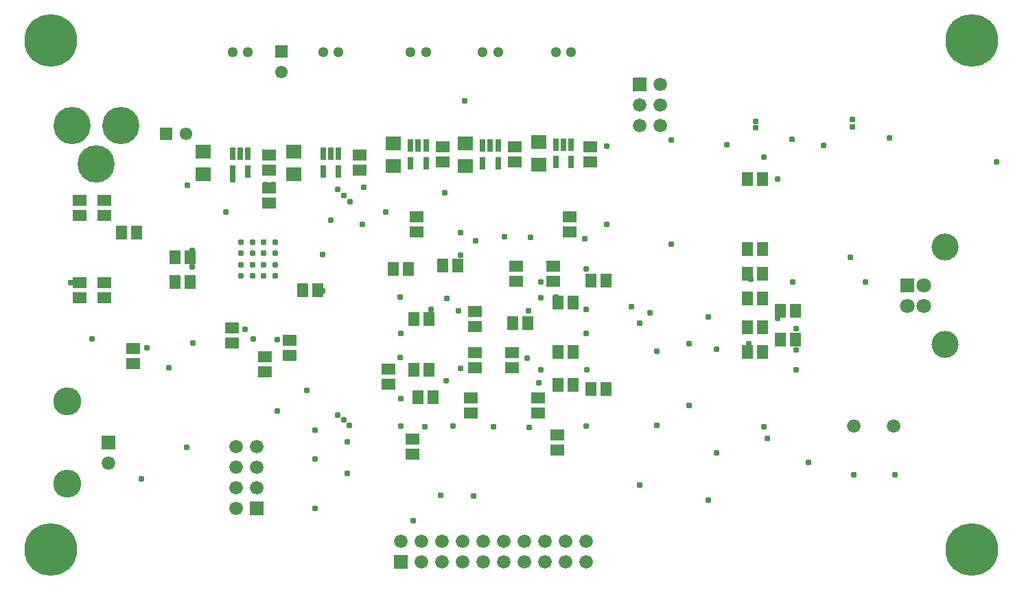
<source format=gbs>
%FSLAX24Y24*%
%MOIN*%
G70*
G01*
G75*
%ADD10R,0.2000X0.2000*%
%ADD11R,0.0591X0.0512*%
%ADD12R,0.0217X0.0571*%
%ADD13R,0.0709X0.0630*%
%ADD14R,0.0512X0.0591*%
%ADD15R,0.0197X0.1181*%
%ADD16O,0.0197X0.1181*%
%ADD17O,0.0984X0.0098*%
%ADD18O,0.0098X0.0984*%
%ADD19R,0.0098X0.0984*%
%ADD20O,0.1000X0.0150*%
%ADD21R,0.1000X0.0150*%
%ADD22R,0.0850X0.0421*%
%ADD23R,0.0850X0.0421*%
%ADD24O,0.0850X0.0421*%
%ADD25R,0.1000X0.1969*%
%ADD26R,0.0709X0.0787*%
%ADD27O,0.0709X0.0787*%
%ADD28R,0.0394X0.0276*%
%ADD29R,0.0394X0.0276*%
%ADD30C,0.0500*%
%ADD31C,0.0350*%
%ADD32C,0.0100*%
%ADD33C,0.0200*%
%ADD34C,0.0120*%
%ADD35C,0.0250*%
%ADD36C,0.1000*%
%ADD37C,0.0750*%
%ADD38C,0.2500*%
%ADD39C,0.0600*%
%ADD40R,0.0600X0.0600*%
%ADD41C,0.0550*%
%ADD42R,0.0550X0.0550*%
%ADD43C,0.1750*%
%ADD44C,0.1250*%
%ADD45C,0.0650*%
%ADD46R,0.0650X0.0650*%
%ADD47C,0.1300*%
%ADD48C,0.0250*%
%ADD49C,0.0450*%
%ADD50C,0.0098*%
%ADD51C,0.0079*%
%ADD52C,0.0010*%
%ADD53C,0.0010*%
%ADD54C,0.0400*%
%ADD55C,0.0080*%
%ADD56R,0.2060X0.2060*%
%ADD57R,0.0651X0.0572*%
%ADD58R,0.0277X0.0631*%
%ADD59R,0.0769X0.0690*%
%ADD60R,0.0572X0.0651*%
%ADD61R,0.0257X0.1241*%
%ADD62O,0.0257X0.1241*%
%ADD63O,0.1044X0.0158*%
%ADD64O,0.0158X0.1044*%
%ADD65R,0.0158X0.1044*%
%ADD66O,0.1060X0.0210*%
%ADD67R,0.1060X0.0210*%
%ADD68R,0.0910X0.0481*%
%ADD69R,0.0910X0.0481*%
%ADD70O,0.0910X0.0481*%
%ADD71R,0.1060X0.2029*%
%ADD72R,0.0769X0.0847*%
%ADD73O,0.0769X0.0847*%
%ADD74R,0.0454X0.0336*%
%ADD75R,0.0454X0.0336*%
%ADD76C,0.2560*%
%ADD77C,0.0660*%
%ADD78R,0.0660X0.0660*%
%ADD79C,0.0610*%
%ADD80R,0.0610X0.0610*%
%ADD81C,0.1810*%
%ADD82C,0.1310*%
%ADD83C,0.0710*%
%ADD84R,0.0710X0.0710*%
%ADD85C,0.1360*%
%ADD86C,0.0310*%
%ADD87C,0.0510*%
D57*
X22600Y31174D02*
D03*
Y30426D02*
D03*
X16000Y21026D02*
D03*
Y21774D02*
D03*
X13400Y28974D02*
D03*
Y28226D02*
D03*
X14600Y28974D02*
D03*
Y28226D02*
D03*
Y24226D02*
D03*
Y24974D02*
D03*
X13400Y24226D02*
D03*
Y24974D02*
D03*
X34400Y21574D02*
D03*
Y20826D02*
D03*
X32600Y21574D02*
D03*
Y20826D02*
D03*
X29581Y16626D02*
D03*
Y17374D02*
D03*
X34600Y25774D02*
D03*
Y25026D02*
D03*
X36400Y25774D02*
D03*
Y25026D02*
D03*
X36600Y16826D02*
D03*
Y17574D02*
D03*
X35683Y18626D02*
D03*
Y19374D02*
D03*
X22400Y20626D02*
D03*
Y21374D02*
D03*
X32400Y18626D02*
D03*
Y19374D02*
D03*
X23600Y21426D02*
D03*
Y22174D02*
D03*
X20800Y22026D02*
D03*
Y22774D02*
D03*
X22600Y28826D02*
D03*
Y29574D02*
D03*
X31050Y30826D02*
D03*
Y31574D02*
D03*
X34550Y30826D02*
D03*
Y31574D02*
D03*
X38200Y30826D02*
D03*
Y31574D02*
D03*
X27000Y30426D02*
D03*
Y31174D02*
D03*
X29778Y27426D02*
D03*
Y28174D02*
D03*
X37200Y27426D02*
D03*
Y28174D02*
D03*
X28400Y20026D02*
D03*
Y20774D02*
D03*
X32600Y23574D02*
D03*
Y22826D02*
D03*
D58*
X25226Y30377D02*
D03*
X25974D02*
D03*
Y31223D02*
D03*
X25600D02*
D03*
X25226D02*
D03*
X20826Y30377D02*
D03*
X21574D02*
D03*
Y31223D02*
D03*
X21200D02*
D03*
X20826D02*
D03*
X36526Y30827D02*
D03*
X37274D02*
D03*
Y31673D02*
D03*
X36900D02*
D03*
X36526D02*
D03*
X32976Y30777D02*
D03*
X33724D02*
D03*
Y31623D02*
D03*
X33350D02*
D03*
X32976D02*
D03*
X29476D02*
D03*
X29850D02*
D03*
X30224D02*
D03*
Y30777D02*
D03*
X29476D02*
D03*
D59*
X19400Y31351D02*
D03*
Y30249D02*
D03*
X32150Y30649D02*
D03*
Y31751D02*
D03*
X28650D02*
D03*
Y30649D02*
D03*
X35700Y30699D02*
D03*
Y31801D02*
D03*
X23800Y31351D02*
D03*
Y30249D02*
D03*
D60*
X16174Y27400D02*
D03*
X15426D02*
D03*
X34426Y23000D02*
D03*
X35174D02*
D03*
X38974Y19800D02*
D03*
X38226D02*
D03*
X37374Y21600D02*
D03*
X36626D02*
D03*
X37374Y20000D02*
D03*
X36626D02*
D03*
X29826Y19400D02*
D03*
X30574D02*
D03*
X29626Y20731D02*
D03*
X30374D02*
D03*
X29626Y23200D02*
D03*
X30374D02*
D03*
X37374Y24000D02*
D03*
X36626D02*
D03*
X24226Y24600D02*
D03*
X24974D02*
D03*
X18026Y26200D02*
D03*
X18774D02*
D03*
X18026Y25000D02*
D03*
X18774D02*
D03*
X45826Y26600D02*
D03*
X46574D02*
D03*
X45826Y30000D02*
D03*
X46574D02*
D03*
X45826Y22800D02*
D03*
X46574D02*
D03*
X45826Y21600D02*
D03*
X46574D02*
D03*
X45826Y24200D02*
D03*
X46574D02*
D03*
X45826Y25400D02*
D03*
X46574D02*
D03*
X48174Y23600D02*
D03*
X47426D02*
D03*
X48174Y22200D02*
D03*
X47426D02*
D03*
X28626Y25652D02*
D03*
X29374D02*
D03*
X31774Y25800D02*
D03*
X31026D02*
D03*
X38226Y25061D02*
D03*
X38974D02*
D03*
D76*
X56750Y12000D02*
D03*
X12000D02*
D03*
Y36750D02*
D03*
X56750D02*
D03*
D77*
X41600Y32600D02*
D03*
X40600D02*
D03*
X41600Y33600D02*
D03*
X40600D02*
D03*
X41600Y34600D02*
D03*
X21000Y17000D02*
D03*
X22000D02*
D03*
X21000Y16000D02*
D03*
X22000D02*
D03*
X21000Y15000D02*
D03*
X22000D02*
D03*
X21000Y14000D02*
D03*
X52921Y18000D02*
D03*
X51000D02*
D03*
X38000Y12400D02*
D03*
Y11400D02*
D03*
X37000Y12400D02*
D03*
Y11400D02*
D03*
X36000Y12400D02*
D03*
Y11400D02*
D03*
X35000Y12400D02*
D03*
Y11400D02*
D03*
X34000Y12400D02*
D03*
Y11400D02*
D03*
X33000Y12400D02*
D03*
Y11400D02*
D03*
X32000Y12400D02*
D03*
Y11400D02*
D03*
X31000Y12400D02*
D03*
Y11400D02*
D03*
X30000Y12400D02*
D03*
Y11400D02*
D03*
X29000Y12400D02*
D03*
X14800Y16216D02*
D03*
D78*
X40600Y34600D02*
D03*
X22000Y14000D02*
D03*
X29000Y11400D02*
D03*
X14800Y17200D02*
D03*
D79*
X18584Y32200D02*
D03*
X23200Y35216D02*
D03*
D80*
X17600Y32200D02*
D03*
X23200Y36200D02*
D03*
D81*
X15394Y32600D02*
D03*
X14213Y30750D02*
D03*
X13032Y32600D02*
D03*
D82*
X55450Y26710D02*
D03*
Y21970D02*
D03*
D83*
X54390Y24850D02*
D03*
Y23850D02*
D03*
X53600D02*
D03*
D84*
Y24850D02*
D03*
D85*
X12792Y15192D02*
D03*
Y19208D02*
D03*
D86*
X16400Y15426D02*
D03*
X48000Y31951D02*
D03*
X52750Y32001D02*
D03*
X49550Y31624D02*
D03*
X51000Y15626D02*
D03*
X46800Y17400D02*
D03*
X32100Y33800D02*
D03*
X22400Y21400D02*
D03*
X50826Y26200D02*
D03*
X27150Y27800D02*
D03*
X24826Y14000D02*
D03*
X27200Y29600D02*
D03*
X32976Y30777D02*
D03*
X39000Y31600D02*
D03*
Y27800D02*
D03*
X40200Y23800D02*
D03*
X41100Y23500D02*
D03*
X40600Y23000D02*
D03*
X42150Y26824D02*
D03*
Y31900D02*
D03*
X29476Y30777D02*
D03*
X23000Y18750D02*
D03*
X21850Y22250D02*
D03*
X29600Y13400D02*
D03*
X24826Y16400D02*
D03*
X25600Y28000D02*
D03*
X26550Y28900D02*
D03*
X26500Y18050D02*
D03*
X26250Y29200D02*
D03*
Y18300D02*
D03*
X25950Y18550D02*
D03*
Y29500D02*
D03*
X18650Y29700D02*
D03*
X16674Y21800D02*
D03*
X12976Y24974D02*
D03*
X21800Y26950D02*
D03*
X18900Y22050D02*
D03*
X29581Y17400D02*
D03*
X28550Y19943D02*
D03*
Y25652D02*
D03*
X29778Y27422D02*
D03*
X38250Y25061D02*
D03*
X38226Y19800D02*
D03*
X36600Y17574D02*
D03*
X40600Y15148D02*
D03*
X30950Y14650D02*
D03*
X32550Y14600D02*
D03*
X24826Y17800D02*
D03*
X26400Y17250D02*
D03*
Y15700D02*
D03*
X18600Y16974D02*
D03*
X45900Y22000D02*
D03*
X46000Y25150D02*
D03*
X44850Y31674D02*
D03*
X46250Y32800D02*
D03*
Y32500D02*
D03*
X50950Y32900D02*
D03*
Y32550D02*
D03*
X57950Y30826D02*
D03*
X38019Y20731D02*
D03*
X24439Y19746D02*
D03*
X17750Y20826D02*
D03*
X14000Y22250D02*
D03*
X22350Y25300D02*
D03*
X21800D02*
D03*
X21250D02*
D03*
X28258Y28408D02*
D03*
X22900Y26950D02*
D03*
X20500Y28400D02*
D03*
X21250Y26950D02*
D03*
X22900Y25300D02*
D03*
X29000Y18000D02*
D03*
X28974Y24274D02*
D03*
X28997Y19353D02*
D03*
X31550Y18000D02*
D03*
X30172Y17972D02*
D03*
X28971Y21321D02*
D03*
X28998Y22502D02*
D03*
X31150Y29350D02*
D03*
X33518Y17982D02*
D03*
X35290Y27160D02*
D03*
X34050Y27200D02*
D03*
X35250Y17950D02*
D03*
X38000Y18000D02*
D03*
X38002Y22502D02*
D03*
X38002Y25652D02*
D03*
X37950Y27100D02*
D03*
X38017Y23683D02*
D03*
X48200Y20750D02*
D03*
Y21700D02*
D03*
X48050Y25000D02*
D03*
X48200Y22750D02*
D03*
X48174Y23624D02*
D03*
X53000Y15626D02*
D03*
X48800Y16226D02*
D03*
X14600Y28226D02*
D03*
X16226Y27400D02*
D03*
X15926Y21800D02*
D03*
X41450Y18024D02*
D03*
Y21650D02*
D03*
X43950Y14400D02*
D03*
Y23300D02*
D03*
X43000Y22000D02*
D03*
Y19000D02*
D03*
X44350Y21750D02*
D03*
Y16700D02*
D03*
X47300Y22250D02*
D03*
Y30000D02*
D03*
Y23250D02*
D03*
X46624Y17976D02*
D03*
Y31077D02*
D03*
Y21500D02*
D03*
Y24250D02*
D03*
Y25500D02*
D03*
X51574Y25000D02*
D03*
X35150Y21300D02*
D03*
X31900Y20800D02*
D03*
X31800Y23600D02*
D03*
X35200D02*
D03*
X32650Y27000D02*
D03*
X35800Y24250D02*
D03*
X37234Y27426D02*
D03*
X31200Y20200D02*
D03*
X35700Y20100D02*
D03*
X35800Y20750D02*
D03*
X31250Y24200D02*
D03*
X36550Y20000D02*
D03*
X35683Y19417D02*
D03*
X30483Y23683D02*
D03*
X30481Y20731D02*
D03*
X32337Y19437D02*
D03*
X35800Y25000D02*
D03*
X31900Y27400D02*
D03*
Y26300D02*
D03*
X30500Y19450D02*
D03*
X36500Y21600D02*
D03*
X36526Y24274D02*
D03*
X21435Y22715D02*
D03*
X18870Y26530D02*
D03*
X18864Y26136D02*
D03*
X18857Y25743D02*
D03*
X20844Y22706D02*
D03*
Y29956D02*
D03*
X22813Y29737D02*
D03*
X22419Y29731D02*
D03*
X23000Y22200D02*
D03*
X25215Y24561D02*
D03*
X25209Y26333D02*
D03*
X21800Y26400D02*
D03*
X22350D02*
D03*
Y25850D02*
D03*
X21800D02*
D03*
X22350Y26950D02*
D03*
X22900Y26400D02*
D03*
Y25850D02*
D03*
X21250D02*
D03*
Y26400D02*
D03*
D87*
X37274Y36176D02*
D03*
X36526Y36174D02*
D03*
X33724Y36176D02*
D03*
X32976D02*
D03*
X30224D02*
D03*
X29476D02*
D03*
X25226Y36174D02*
D03*
X25974Y36176D02*
D03*
X20826Y36174D02*
D03*
X21574Y36176D02*
D03*
M02*

</source>
